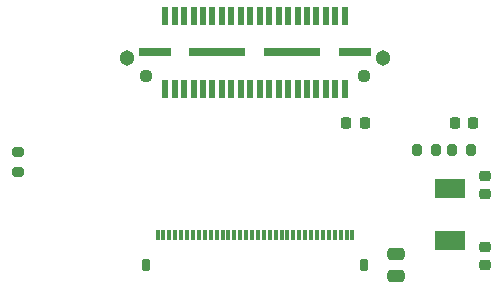
<source format=gbs>
G04 #@! TF.GenerationSoftware,KiCad,Pcbnew,8.0.4-1.fc40*
G04 #@! TF.CreationDate,2024-09-25T16:47:45-07:00*
G04 #@! TF.ProjectId,syzygy-dsi,73797a79-6779-42d6-9473-692e6b696361,A*
G04 #@! TF.SameCoordinates,Original*
G04 #@! TF.FileFunction,Soldermask,Bot*
G04 #@! TF.FilePolarity,Negative*
%FSLAX46Y46*%
G04 Gerber Fmt 4.6, Leading zero omitted, Abs format (unit mm)*
G04 Created by KiCad (PCBNEW 8.0.4-1.fc40) date 2024-09-25 16:47:45*
%MOMM*%
%LPD*%
G01*
G04 APERTURE LIST*
G04 Aperture macros list*
%AMRoundRect*
0 Rectangle with rounded corners*
0 $1 Rounding radius*
0 $2 $3 $4 $5 $6 $7 $8 $9 X,Y pos of 4 corners*
0 Add a 4 corners polygon primitive as box body*
4,1,4,$2,$3,$4,$5,$6,$7,$8,$9,$2,$3,0*
0 Add four circle primitives for the rounded corners*
1,1,$1+$1,$2,$3*
1,1,$1+$1,$4,$5*
1,1,$1+$1,$6,$7*
1,1,$1+$1,$8,$9*
0 Add four rect primitives between the rounded corners*
20,1,$1+$1,$2,$3,$4,$5,0*
20,1,$1+$1,$4,$5,$6,$7,0*
20,1,$1+$1,$6,$7,$8,$9,0*
20,1,$1+$1,$8,$9,$2,$3,0*%
G04 Aperture macros list end*
%ADD10C,0.010000*%
%ADD11RoundRect,0.200000X0.275000X-0.200000X0.275000X0.200000X-0.275000X0.200000X-0.275000X-0.200000X0*%
%ADD12C,1.121600*%
%ADD13RoundRect,0.050800X-1.270000X-0.320000X1.270000X-0.320000X1.270000X0.320000X-1.270000X0.320000X0*%
%ADD14RoundRect,0.050800X-2.350000X-0.320000X2.350000X-0.320000X2.350000X0.320000X-2.350000X0.320000X0*%
%ADD15RoundRect,0.050800X-0.230000X-0.725000X0.230000X-0.725000X0.230000X0.725000X-0.230000X0.725000X0*%
%ADD16C,1.301600*%
%ADD17RoundRect,0.200000X-0.200000X-0.275000X0.200000X-0.275000X0.200000X0.275000X-0.200000X0.275000X0*%
%ADD18RoundRect,0.225000X0.225000X0.250000X-0.225000X0.250000X-0.225000X-0.250000X0.225000X-0.250000X0*%
%ADD19RoundRect,0.225000X-0.250000X0.225000X-0.250000X-0.225000X0.250000X-0.225000X0.250000X0.225000X0*%
%ADD20RoundRect,0.200000X0.200000X0.275000X-0.200000X0.275000X-0.200000X-0.275000X0.200000X-0.275000X0*%
%ADD21RoundRect,0.250000X0.475000X-0.250000X0.475000X0.250000X-0.475000X0.250000X-0.475000X-0.250000X0*%
%ADD22RoundRect,0.050000X0.150000X0.400000X-0.150000X0.400000X-0.150000X-0.400000X0.150000X-0.400000X0*%
%ADD23RoundRect,0.102000X0.200000X0.400000X-0.200000X0.400000X-0.200000X-0.400000X0.200000X-0.400000X0*%
%ADD24RoundRect,0.225000X-0.225000X-0.250000X0.225000X-0.250000X0.225000X0.250000X-0.225000X0.250000X0*%
%ADD25RoundRect,0.225000X0.250000X-0.225000X0.250000X0.225000X-0.250000X0.225000X-0.250000X-0.225000X0*%
G04 APERTURE END LIST*
D10*
G04 #@! TO.C,U1*
X158175000Y-78036048D02*
X157625000Y-78036048D01*
X157625000Y-76486048D01*
X158175000Y-76486048D01*
X158175000Y-78036048D01*
G36*
X158175000Y-78036048D02*
G01*
X157625000Y-78036048D01*
X157625000Y-76486048D01*
X158175000Y-76486048D01*
X158175000Y-78036048D01*
G37*
X158175000Y-82436048D02*
X157625000Y-82436048D01*
X157625000Y-80886048D01*
X158175000Y-80886048D01*
X158175000Y-82436048D01*
G36*
X158175000Y-82436048D02*
G01*
X157625000Y-82436048D01*
X157625000Y-80886048D01*
X158175000Y-80886048D01*
X158175000Y-82436048D01*
G37*
X158825000Y-78036048D02*
X158275000Y-78036048D01*
X158275000Y-76486048D01*
X158825000Y-76486048D01*
X158825000Y-78036048D01*
G36*
X158825000Y-78036048D02*
G01*
X158275000Y-78036048D01*
X158275000Y-76486048D01*
X158825000Y-76486048D01*
X158825000Y-78036048D01*
G37*
X158825000Y-82436048D02*
X158275000Y-82436048D01*
X158275000Y-80886048D01*
X158825000Y-80886048D01*
X158825000Y-82436048D01*
G36*
X158825000Y-82436048D02*
G01*
X158275000Y-82436048D01*
X158275000Y-80886048D01*
X158825000Y-80886048D01*
X158825000Y-82436048D01*
G37*
X159475000Y-78036048D02*
X158925000Y-78036048D01*
X158925000Y-76486048D01*
X159475000Y-76486048D01*
X159475000Y-78036048D01*
G36*
X159475000Y-78036048D02*
G01*
X158925000Y-78036048D01*
X158925000Y-76486048D01*
X159475000Y-76486048D01*
X159475000Y-78036048D01*
G37*
X159475000Y-82436048D02*
X158925000Y-82436048D01*
X158925000Y-80886048D01*
X159475000Y-80886048D01*
X159475000Y-82436048D01*
G36*
X159475000Y-82436048D02*
G01*
X158925000Y-82436048D01*
X158925000Y-80886048D01*
X159475000Y-80886048D01*
X159475000Y-82436048D01*
G37*
X160125000Y-78036048D02*
X159575000Y-78036048D01*
X159575000Y-76486048D01*
X160125000Y-76486048D01*
X160125000Y-78036048D01*
G36*
X160125000Y-78036048D02*
G01*
X159575000Y-78036048D01*
X159575000Y-76486048D01*
X160125000Y-76486048D01*
X160125000Y-78036048D01*
G37*
X160125000Y-82436048D02*
X159575000Y-82436048D01*
X159575000Y-80886048D01*
X160125000Y-80886048D01*
X160125000Y-82436048D01*
G36*
X160125000Y-82436048D02*
G01*
X159575000Y-82436048D01*
X159575000Y-80886048D01*
X160125000Y-80886048D01*
X160125000Y-82436048D01*
G37*
G04 #@! TD*
D11*
G04 #@! TO.C,R1*
X122300000Y-75925000D03*
X122300000Y-74275000D03*
G04 #@! TD*
D12*
G04 #@! TO.C,J1*
X133160320Y-67840000D03*
X151640320Y-67840000D03*
D13*
X133955320Y-65800000D03*
D14*
X139225320Y-65800000D03*
X145575320Y-65800000D03*
D13*
X150845320Y-65800000D03*
D15*
X134800320Y-68890000D03*
X134800320Y-62710000D03*
X135600320Y-68890000D03*
X135600320Y-62710000D03*
X136400320Y-68890000D03*
X136400320Y-62710000D03*
X137200320Y-68890000D03*
X137200320Y-62710000D03*
X138000320Y-68890000D03*
X138000320Y-62710000D03*
X138800320Y-68890000D03*
X138800320Y-62710000D03*
X139600320Y-68890000D03*
X139600320Y-62710000D03*
X140400320Y-68890000D03*
X140400320Y-62710000D03*
X141200320Y-68890000D03*
X141200320Y-62710000D03*
X142000320Y-68890000D03*
X142000320Y-62710000D03*
X142800320Y-68890000D03*
X142800320Y-62710000D03*
X143600320Y-68890000D03*
X143600320Y-62710000D03*
X144400320Y-68890000D03*
X144400320Y-62710000D03*
X145200320Y-68890000D03*
X145200320Y-62710000D03*
X146000320Y-68890000D03*
X146000320Y-62710000D03*
X146800320Y-68890000D03*
X146800320Y-62710000D03*
X147600320Y-68890000D03*
X147600320Y-62710000D03*
X148400320Y-68890000D03*
X148400320Y-62710000D03*
X149200320Y-68890000D03*
X149200320Y-62710000D03*
X150000320Y-68890000D03*
X150000320Y-62710000D03*
D16*
X131555320Y-66300000D03*
X153245320Y-66300000D03*
G04 #@! TD*
D17*
G04 #@! TO.C,R3*
X156075000Y-74025000D03*
X157725000Y-74025000D03*
G04 #@! TD*
D18*
G04 #@! TO.C,C3*
X160875000Y-71800000D03*
X159325000Y-71800000D03*
G04 #@! TD*
D19*
G04 #@! TO.C,C1*
X161900000Y-82250000D03*
X161900000Y-83800000D03*
G04 #@! TD*
D20*
G04 #@! TO.C,R2*
X160725000Y-74025000D03*
X159075000Y-74025000D03*
G04 #@! TD*
D21*
G04 #@! TO.C,C5*
X154300000Y-84749999D03*
X154300000Y-82850001D03*
G04 #@! TD*
D22*
G04 #@! TO.C,J2*
X134150320Y-81300000D03*
X134650320Y-81300000D03*
X135150320Y-81300000D03*
X135650320Y-81300000D03*
X136150320Y-81300000D03*
X136650320Y-81300000D03*
X137150320Y-81300000D03*
X137650320Y-81300000D03*
X138150320Y-81300000D03*
X138650320Y-81300000D03*
X139150320Y-81300000D03*
X139650320Y-81300000D03*
X140150320Y-81300000D03*
X140650320Y-81300000D03*
X141150320Y-81300000D03*
X141650320Y-81300000D03*
X142150320Y-81300000D03*
X142650320Y-81300000D03*
X143150320Y-81300000D03*
X143650320Y-81300000D03*
X144150320Y-81300000D03*
X144650320Y-81300000D03*
X145150320Y-81300000D03*
X145650320Y-81300000D03*
X146150320Y-81300000D03*
X146650320Y-81300000D03*
X147150320Y-81300000D03*
X147650320Y-81300000D03*
X148150320Y-81300000D03*
X148650320Y-81300000D03*
X149150320Y-81300000D03*
X149650320Y-81300000D03*
X150150320Y-81300000D03*
X150650320Y-81300000D03*
D23*
X133150320Y-83800000D03*
X151650320Y-83800000D03*
G04 #@! TD*
D24*
G04 #@! TO.C,C4*
X150125000Y-71800000D03*
X151675000Y-71800000D03*
G04 #@! TD*
D25*
G04 #@! TO.C,C2*
X161900000Y-77800000D03*
X161900000Y-76250000D03*
G04 #@! TD*
M02*

</source>
